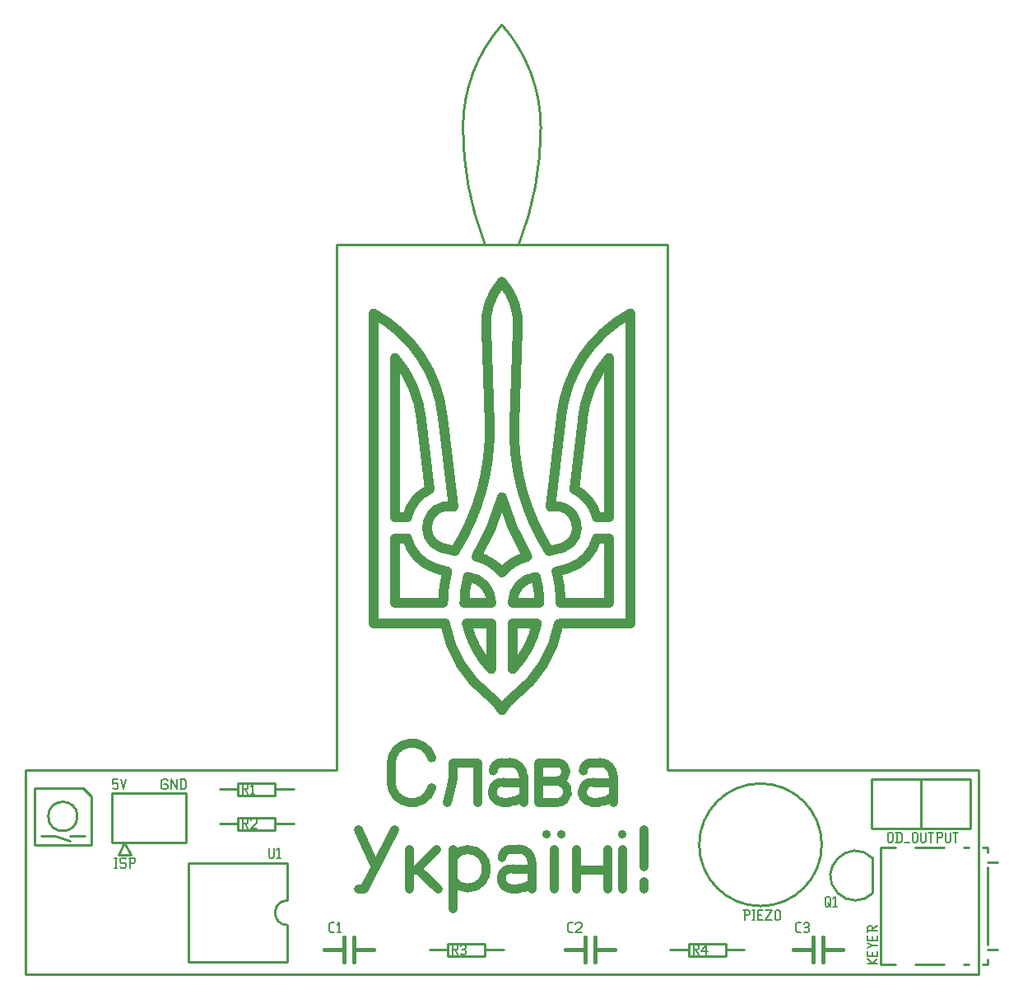
<source format=gto>
G04 start of page 2 for group 1 layer_idx 6 *
G04 Title: (unknown), top_silk *
G04 Creator: pcb-rnd 3.1.4-dev *
G04 CreationDate: 2024-02-11 05:41:19 UTC *
G04 For: STEM4ukraine *
G04 Format: Gerber/RS-274X *
G04 PCB-Dimensions: 393701 393701 *
G04 PCB-Coordinate-Origin: lower left *
%MOIN*%
%FSLAX25Y25*%
%LNTOP_SILK_NONE_1*%
%ADD56C,0.0070*%
%ADD55C,0.0350*%
%ADD54C,0.0150*%
%ADD53C,0.0400*%
%ADD52C,0.0100*%
G54D52*X129921Y299213D02*X263780D01*
G54D53*X190449Y264790D02*X191836Y226364D01*
X203270Y264790D02*X201883Y226364D01*
X177804Y175088D02*X172287Y176461D01*
X216576Y193087D02*X220836Y229173D01*
X226112Y200193D02*X229426Y228183D01*
X235316Y180285D02*X240167D01*
X235316Y188947D02*X240167D01*
X177142Y193087D02*X172883Y229173D01*
X240167Y253214D02*Y188947D01*
X248828Y271230D02*Y145640D01*
X173041Y154301D02*X153552D01*
Y180285D02*X158403D01*
X153552Y188947D02*X158403D01*
X153552Y154301D02*Y180285D01*
X144891Y145640D02*X173834Y145642D01*
X167607Y200193D02*X164293Y228183D01*
X153552Y188947D02*Y253214D01*
X144891Y271230D02*Y145640D01*
X174723Y166850D02*X169932Y168115D01*
X215915Y175088D02*X221432Y176461D01*
X218996Y166850D02*X223786Y168115D01*
G54D52*X129921Y86614D02*Y299213D01*
G54D53*X182655Y145640D02*X192529D01*
X201190D02*Y127364D01*
X181702Y154301D02*X192529D01*
X201190D02*X212017D01*
X220678D02*X240167D01*
Y180285D02*Y154301D01*
X201190Y145640D02*X211064D01*
X220678D02*X248828D01*
G54D52*X7583Y79118D02*Y56283D01*
X27268Y79118D02*X7583D01*
X27268D02*X30417Y75969D01*
X3937Y86614D02*Y3937D01*
X27858Y59827D02*X21953D01*
X16047D02*X10142D01*
X21953Y57858D02*X16047Y59827D01*
X30417Y75969D02*Y56283D01*
X7583D01*
X39000Y57201D02*X69000D01*
X39000D02*Y77201D01*
X69000D02*X39000D01*
X69000D02*Y57201D01*
X82500Y78701D02*X90000D01*
X82500Y64701D02*X90000D01*
Y67201D02*Y62201D01*
X129921Y86614D02*X3937D01*
X105000Y78701D02*X112500D01*
X90000Y81201D02*Y76201D01*
Y81201D02*X105000D01*
Y76201D02*X90000D01*
X105000D02*Y81201D01*
Y64701D02*X112500D01*
X90000Y67201D02*X105000D01*
Y62201D02*X90000D01*
X105000D02*Y67201D01*
X44000Y57201D02*X41500Y52201D01*
X44000Y57201D02*X46500Y52201D01*
X41500D02*X46500D01*
X70000Y8701D02*Y48701D01*
X110000Y23701D02*Y8701D01*
Y48701D02*X70000D01*
Y8701D02*X110000D01*
Y48701D02*Y33701D01*
G54D53*X192529Y145640D02*Y127364D01*
G54D54*X133000Y13701D02*X125000D01*
X145000D02*X137000D01*
G54D52*X167500D02*X175000D01*
Y16201D02*X190000D01*
X175000D02*Y11201D01*
X190000D02*X175000D01*
X190000D02*Y16201D01*
G54D54*X133000Y18701D02*Y8701D01*
X137000Y18701D02*Y8701D01*
G54D52*X356299Y55118D02*X350394D01*
Y7874D01*
X356299D02*X350394D01*
X375984D02*X364173D01*
X190000Y13701D02*X197500D01*
X265000D02*X272500D01*
X287500D02*X295000D01*
X272500Y16201D02*Y11201D01*
X287500D02*X272500D01*
X287500D02*Y16201D01*
X272500D02*X287500D01*
G54D54*X230500Y13701D02*X222500D01*
X242500D02*X234500D01*
X230500Y18701D02*Y8701D01*
X234500Y18701D02*Y8701D01*
X323000Y13701D02*X315000D01*
X323000Y18701D02*Y8701D01*
X335000Y13701D02*X327000D01*
Y18701D02*Y8701D01*
G54D52*X389764Y3937D02*X3937D01*
X364173Y55118D02*X375984D01*
X383858D02*X385827D01*
X383858Y7874D02*X385827D01*
X347000Y50701D02*Y36701D01*
X346500Y62701D02*Y82701D01*
X386500D02*X346500D01*
X366500Y62701D02*Y82701D01*
X391732Y55118D02*X393701D01*
X346500Y62701D02*X386500D01*
Y82701D02*Y62701D01*
X346500Y82701D02*X366500D01*
X393701Y55118D02*Y53149D01*
Y49212D02*X397638D01*
Y13779D02*X393701D01*
Y47244D02*Y15748D01*
Y9842D02*Y7874D01*
X391732D01*
X263780Y299213D02*Y86614D01*
X389764D01*
Y3937D01*
X181102Y346457D02*G75*G02X196884Y388160I62992J0D01*G01*
X181102Y346457D02*G75*G03X189863Y299556I129921J0D01*G01*
X212598Y346457D02*G75*G03X196817Y388160I-62992J0D01*G01*
X212598Y346457D02*G75*G02X203838Y299556I-129921J0D01*G01*
G54D53*X201201Y127354D02*G75*G03X211043Y145644I-28160J26947D01*G01*
X212017Y154301D02*G75*G03X210619Y164647I-38976J0D01*G01*
X196875Y166415D02*G75*G02X207166Y172837I14709J-12113D01*G01*
X201190Y154301D02*G75*G02X210635Y164651I10394J0D01*G01*
X196866Y110731D02*G75*G02X201803Y116324I15151J-8398D01*G01*
X196853Y110731D02*G75*G03X191916Y116324I-15151J-8398D01*G01*
X201801Y116325D02*G75*G03X219885Y145642I-28761J37976D01*G01*
X207174Y172840D02*G75*G02X196850Y196850I84961J50753D01*G01*
X190449Y264790D02*G75*G02X196868Y284096I25899J2109D01*G01*
X215948Y175110D02*G75*G02X201873Y226364I76187J48482D01*G01*
X203270Y264790D02*G75*G03X196851Y284096I-25899J2109D01*G01*
X220678Y154301D02*G75*G03X218996Y166850I-47638J0D01*G01*
X240158Y253234D02*G75*G03X229441Y228181I34654J-29642D01*G01*
X223786Y168115D02*G75*G03X235288Y180293I-5273J16501D01*G01*
X235288Y188939D02*G75*G03X226110Y200184I-16775J-4323D01*G01*
X221432Y176461D02*G75*G03X216573Y193057I-2919J8155D01*G01*
X248828Y271230D02*G75*G03X220836Y229173I25984J-47638D01*G01*
X173041Y154301D02*G75*G02X174723Y166850I47638J0D01*G01*
X169932Y168115D02*G75*G02X158431Y180293I5273J16501D01*G01*
X172287Y176461D02*G75*G02X177146Y193057I2919J8155D01*G01*
X196844Y166415D02*G75*G03X186552Y172837I-14709J-12113D01*G01*
X192529Y154301D02*G75*G03X183084Y164651I-10394J0D01*G01*
X191917Y116325D02*G75*G02X173834Y145642I28761J37976D01*G01*
X181702Y154301D02*G75*G02X183100Y164647I38976J0D01*G01*
X186545Y172840D02*G75*G03X196868Y196850I-84961J50753D01*G01*
X192518Y127354D02*G75*G02X182675Y145644I28160J26947D01*G01*
G54D52*X110000Y33701D02*G75*G03X110000Y23701I0J-5000D01*G01*
X24906Y67701D02*G75*G03X13094Y67701I-5906J0D01*G01*
G75*G03X24906Y67701I5906J0D01*G01*
X347071Y50772D02*G75*G03X332929Y36630I-7071J-7071D01*G01*
X332929Y36630D02*G75*G03X347071Y36630I7071J7071D01*G01*
X301575Y31433D02*G75*G03X301575Y81039I0J24803D01*G01*
G75*G03X301575Y31433I0J-24803D01*G01*
G54D53*X177770Y175110D02*G75*G03X191846Y226364I-76187J48482D01*G01*
X153561Y253234D02*G75*G02X164277Y228181I-34654J-29642D01*G01*
X158431Y188939D02*G75*G02X167609Y200184I16775J-4323D01*G01*
X144891Y271230D02*G75*G02X172883Y229173I-25984J-47638D01*G01*
G54D55*X151969Y88971D02*Y81675D01*
X168424Y79296D02*G75*G02X151969Y81675I-8056J2380D01*G01*
X168397Y91442D02*G75*G03X151969Y88971I-8029J-2470D01*G01*
X187024Y89373D02*X177136D01*
X187024D02*X187023Y73373D01*
X176824Y89373D02*Y83571D01*
X176224Y79971D01*
X174424Y73376D01*
X196853Y73551D02*X199629D01*
X197619Y81556D02*X205234D01*
X205449Y84171D02*Y73371D01*
X196449Y89571D02*X200049D01*
X205449Y84171D02*G75*G03X200049Y89571I-5400J0D01*G01*
X193367Y86111D02*G75*G02X196740Y89484I3373J0D01*G01*
X199629Y73551D02*G75*G03X205419Y75717I0J8820D01*G01*
X197619Y81556D02*G75*G03X196480Y73587I-569J-3984D01*G01*
X196480Y73587D02*G75*G03X196853Y73551I569J3984D01*G01*
X211449Y73377D02*Y89373D01*
X211647D02*X219051D01*
X219219Y82173D02*X211647D01*
X211449Y73371D02*X219249D01*
G75*G03X221128Y81328I0J4200D01*G01*
X219219Y82173D02*G75*G03X219253Y89373I0J3600D01*G01*
X233278Y73551D02*X236054D01*
X234044Y81556D02*X241659D01*
X241874Y84171D02*Y73371D01*
X232874Y89571D02*X236474D01*
X241874Y84171D02*G75*G03X236474Y89571I-5400J0D01*G01*
X229792Y86111D02*G75*G02X233165Y89484I3373J0D01*G01*
X236054Y73551D02*G75*G03X241844Y75717I0J8820D01*G01*
X234044Y81556D02*G75*G03X232905Y73587I-569J-3984D01*G01*
X232905Y73587D02*G75*G03X233278Y73551I569J3984D01*G01*
X138527Y38307D02*X140927D01*
X153377Y62307D01*
X138527D02*X145454Y47034D01*
X159377Y54309D02*Y38313D01*
Y46107D02*X161777D01*
X170177Y54507D01*
X162377Y46107D02*X162977D01*
X170777Y38307D01*
X176777Y30507D02*Y54309D01*
X182777Y38709D02*G75*G02X177117Y41913I0J6600D01*G01*
X182777Y54309D02*G75*G03X177007Y50914I0J-6600D01*G01*
X182777Y38709D02*G75*G03X182777Y54309I0J7800D01*G01*
X200406Y38487D02*X203182D01*
X201171Y46491D02*X208786D01*
X209002Y49107D02*Y38307D01*
X200002Y54507D02*X203602D01*
X209002Y49107D02*G75*G03X203602Y54507I-5400J0D01*G01*
X196920Y51047D02*G75*G02X200292Y54419I3373J0D01*G01*
X203182Y38487D02*G75*G03X208971Y40653I0J8820D01*G01*
X201171Y46491D02*G75*G03X200033Y38522I-569J-3984D01*G01*
X200033Y38522D02*G75*G03X200406Y38487I569J3984D01*G01*
X218002Y54507D02*Y38307D01*
X215002Y60507D03*
X221002D03*
X227002Y54309D02*Y38313D01*
X239572Y54309D02*Y38313D01*
Y46107D02*X227002D01*
X245572Y54309D02*Y38313D01*
Y60507D03*
G54D56*X127700Y20701D02*X129000D01*
X127000Y21401D02*X127700Y20701D01*
X127000Y24001D02*Y21401D01*
Y24001D02*X127700Y24701D01*
X129000D01*
X130200Y23901D02*X131000Y24701D01*
Y20701D01*
X130200D02*X131700D01*
X224200D02*X225500D01*
X223500Y21401D02*X224200Y20701D01*
X223500Y24001D02*Y21401D01*
Y24001D02*X224200Y24701D01*
X225500D01*
X226700Y24201D02*X227200Y24701D01*
X228700D01*
X229200Y24201D01*
Y23201D01*
X226700Y20701D02*X229200Y23201D01*
X226700Y20701D02*X229200D01*
G54D55*X254137Y41388D02*Y38388D01*
Y62388D02*Y47388D01*
G54D56*X316700Y20701D02*X318000D01*
X316000Y21401D02*X316700Y20701D01*
X316000Y24001D02*Y21401D01*
Y24001D02*X316700Y24701D01*
X318000D01*
X319200Y24201D02*X319700Y24701D01*
X320700D01*
X321200Y24201D01*
X320700Y20701D02*X321200Y21201D01*
X319700Y20701D02*X320700D01*
X319200Y21201D02*X319700Y20701D01*
Y22901D02*X320700D01*
X321200Y24201D02*Y23401D01*
Y22401D02*Y21201D01*
Y22401D02*X320700Y22901D01*
X321200Y23401D02*X320700Y22901D01*
X344953Y8012D02*X348953D01*
X346953D02*X344953Y10012D01*
X346953Y8012D02*X348953Y10012D01*
X346753Y11212D02*Y12712D01*
X348953Y11212D02*Y13212D01*
X344953Y11212D02*X348953D01*
X344953D02*Y13212D01*
Y14412D02*X346953Y15412D01*
X344953Y16412D01*
X346953Y15412D02*X348953D01*
X346753Y17612D02*Y19112D01*
X348953Y17612D02*Y19612D01*
X344953Y17612D02*X348953D01*
X344953D02*Y19612D01*
Y20812D02*Y22812D01*
X345453Y23312D01*
X346453D01*
X346953Y22812D02*X346453Y23312D01*
X346953Y21312D02*Y22812D01*
X344953Y21312D02*X348953D01*
X346953Y22112D02*X348953Y23312D01*
X327776Y34748D02*Y31748D01*
Y34748D02*X328276Y35248D01*
X329276D01*
X329776Y34748D01*
Y32248D01*
X328776Y31248D02*X329776Y32248D01*
X328276Y31248D02*X328776D01*
X327776Y31748D02*X328276Y31248D01*
X328776Y32748D02*X329776Y31248D01*
X330976Y34448D02*X331776Y35248D01*
Y31248D01*
X330976D02*X332476D01*
X274000Y15701D02*X276000D01*
X276500Y15201D01*
Y14201D01*
X276000Y13701D02*X276500Y14201D01*
X274500Y13701D02*X276000D01*
X274500Y15701D02*Y11701D01*
X275300Y13701D02*X276500Y11701D01*
X277700Y13201D02*X279700Y15701D01*
X277700Y13201D02*X280200D01*
X279700Y15701D02*Y11701D01*
X295122Y29709D02*Y25709D01*
X294622Y29709D02*X296622D01*
X297122Y29209D01*
Y28209D01*
X296622Y27709D02*X297122Y28209D01*
X295122Y27709D02*X296622D01*
X298322Y29709D02*X299322D01*
X298822D02*Y25709D01*
X298322D02*X299322D01*
X300522Y27909D02*X302022D01*
X300522Y25709D02*X302522D01*
X300522Y29709D02*Y25709D01*
Y29709D02*X302522D01*
X303722D02*X306222D01*
X303722Y25709D02*X306222Y29709D01*
X303722Y25709D02*X306222D01*
X307422Y29209D02*Y26209D01*
Y29209D02*X307922Y29709D01*
X308922D01*
X309422Y29209D01*
Y26209D01*
X308922Y25709D02*X309422Y26209D01*
X307922Y25709D02*X308922D01*
X307422Y26209D02*X307922Y25709D01*
X102496Y54945D02*Y51445D01*
X102996Y50945D01*
X103996D01*
X104496Y51445D01*
Y54945D02*Y51445D01*
X105696Y54145D02*X106496Y54945D01*
Y50945D01*
X105696D02*X107196D01*
X91500Y80701D02*X93500D01*
X94000Y80201D01*
Y79201D01*
X93500Y78701D02*X94000Y79201D01*
X92000Y78701D02*X93500D01*
X92000Y80701D02*Y76701D01*
X92800Y78701D02*X94000Y76701D01*
X95200Y79901D02*X96000Y80701D01*
Y76701D01*
X95200D02*X96700D01*
X91500Y66701D02*X93500D01*
X94000Y66201D01*
Y65201D01*
X93500Y64701D02*X94000Y65201D01*
X92000Y64701D02*X93500D01*
X92000Y66701D02*Y62701D01*
X92800Y64701D02*X94000Y62701D01*
X95200Y66201D02*X95700Y66701D01*
X97200D01*
X97700Y66201D01*
Y65201D01*
X95200Y62701D02*X97700Y65201D01*
X95200Y62701D02*X97700D01*
X353106Y60701D02*Y57701D01*
Y60701D02*X353606Y61201D01*
X354606D01*
X355106Y60701D01*
Y57701D01*
X354606Y57201D02*X355106Y57701D01*
X353606Y57201D02*X354606D01*
X353106Y57701D02*X353606Y57201D01*
X356806Y61201D02*Y57201D01*
X358106Y61201D02*X358806Y60501D01*
Y57901D01*
X358106Y57201D02*X358806Y57901D01*
X356306Y57201D02*X358106D01*
X356306Y61201D02*X358106D01*
X360006Y57201D02*X362006D01*
X363206Y60701D02*Y57701D01*
Y60701D02*X363706Y61201D01*
X364706D01*
X365206Y60701D01*
Y57701D01*
X364706Y57201D02*X365206Y57701D01*
X363706Y57201D02*X364706D01*
X363206Y57701D02*X363706Y57201D01*
X366406Y61201D02*Y57701D01*
X366906Y57201D01*
X367906D01*
X368406Y57701D01*
Y61201D02*Y57701D01*
X369606Y61201D02*X371606D01*
X370606D02*Y57201D01*
X373306Y61201D02*Y57201D01*
X372806Y61201D02*X374806D01*
X375306Y60701D01*
Y59701D01*
X374806Y59201D02*X375306Y59701D01*
X373306Y59201D02*X374806D01*
X376506Y61201D02*Y57701D01*
X377006Y57201D01*
X378006D01*
X378506Y57701D01*
Y61201D02*Y57701D01*
X379706Y61201D02*X381706D01*
X380706D02*Y57201D01*
X176500Y15701D02*X178500D01*
X179000Y15201D01*
Y14201D01*
X178500Y13701D02*X179000Y14201D01*
X177000Y13701D02*X178500D01*
X177000Y15701D02*Y11701D01*
X177800Y13701D02*X179000Y11701D01*
X180200Y15201D02*X180700Y15701D01*
X181700D01*
X182200Y15201D01*
X181700Y11701D02*X182200Y12201D01*
X180700Y11701D02*X181700D01*
X180200Y12201D02*X180700Y11701D01*
Y13901D02*X181700D01*
X182200Y15201D02*Y14401D01*
Y13401D02*Y12201D01*
Y13401D02*X181700Y13901D01*
X182200Y14401D02*X181700Y13901D01*
X39957Y50805D02*X40957D01*
X40457D02*Y46805D01*
X39957D02*X40957D01*
X44157Y50805D02*X44657Y50305D01*
X42657Y50805D02*X44157D01*
X42157Y50305D02*X42657Y50805D01*
X42157Y50305D02*Y49305D01*
X42657Y48805D01*
X44157D01*
X44657Y48305D01*
Y47305D01*
X44157Y46805D02*X44657Y47305D01*
X42657Y46805D02*X44157D01*
X42157Y47305D02*X42657Y46805D01*
X46357Y50805D02*Y46805D01*
X45857Y50805D02*X47857D01*
X48357Y50305D01*
Y49305D01*
X47857Y48805D02*X48357Y49305D01*
X46357Y48805D02*X47857D01*
X39370Y82661D02*X41370D01*
X39370D02*Y80661D01*
X39870Y81161D01*
X40870D01*
X41370Y80661D01*
Y79161D01*
X40870Y78661D02*X41370Y79161D01*
X39870Y78661D02*X40870D01*
X39370Y79161D02*X39870Y78661D01*
X42570Y82661D02*X43570Y78661D01*
X44570Y82661D01*
X61055D02*X61555Y82161D01*
X59555Y82661D02*X61055D01*
X59055Y82161D02*X59555Y82661D01*
X59055Y82161D02*Y79161D01*
X59555Y78661D01*
X61055D01*
X61555Y79161D01*
Y80161D02*Y79161D01*
X61055Y80661D02*X61555Y80161D01*
X60055Y80661D02*X61055D01*
X62755Y82661D02*Y78661D01*
Y82661D02*X65255Y78661D01*
Y82661D02*Y78661D01*
X66955Y82661D02*Y78661D01*
X68255Y82661D02*X68955Y81961D01*
Y79361D01*
X68255Y78661D02*X68955Y79361D01*
X66455Y78661D02*X68255D01*
X66455Y82661D02*X68255D01*
M02*

</source>
